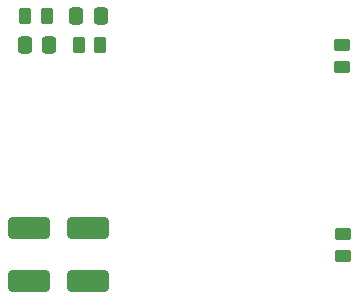
<source format=gtp>
G04 #@! TF.GenerationSoftware,KiCad,Pcbnew,8.0.2*
G04 #@! TF.CreationDate,2025-02-21T12:28:42+08:00*
G04 #@! TF.ProjectId,Indicators,496e6469-6361-4746-9f72-732e6b696361,rev?*
G04 #@! TF.SameCoordinates,Original*
G04 #@! TF.FileFunction,Paste,Top*
G04 #@! TF.FilePolarity,Positive*
%FSLAX46Y46*%
G04 Gerber Fmt 4.6, Leading zero omitted, Abs format (unit mm)*
G04 Created by KiCad (PCBNEW 8.0.2) date 2025-02-21 12:28:42*
%MOMM*%
%LPD*%
G01*
G04 APERTURE LIST*
G04 Aperture macros list*
%AMRoundRect*
0 Rectangle with rounded corners*
0 $1 Rounding radius*
0 $2 $3 $4 $5 $6 $7 $8 $9 X,Y pos of 4 corners*
0 Add a 4 corners polygon primitive as box body*
4,1,4,$2,$3,$4,$5,$6,$7,$8,$9,$2,$3,0*
0 Add four circle primitives for the rounded corners*
1,1,$1+$1,$2,$3*
1,1,$1+$1,$4,$5*
1,1,$1+$1,$6,$7*
1,1,$1+$1,$8,$9*
0 Add four rect primitives between the rounded corners*
20,1,$1+$1,$2,$3,$4,$5,0*
20,1,$1+$1,$4,$5,$6,$7,0*
20,1,$1+$1,$6,$7,$8,$9,0*
20,1,$1+$1,$8,$9,$2,$3,0*%
G04 Aperture macros list end*
%ADD10RoundRect,0.250000X1.500000X0.650000X-1.500000X0.650000X-1.500000X-0.650000X1.500000X-0.650000X0*%
%ADD11RoundRect,0.250000X-0.450000X0.262500X-0.450000X-0.262500X0.450000X-0.262500X0.450000X0.262500X0*%
%ADD12RoundRect,0.250000X0.262500X0.450000X-0.262500X0.450000X-0.262500X-0.450000X0.262500X-0.450000X0*%
%ADD13RoundRect,0.250000X-0.262500X-0.450000X0.262500X-0.450000X0.262500X0.450000X-0.262500X0.450000X0*%
%ADD14RoundRect,0.250000X-0.337500X-0.475000X0.337500X-0.475000X0.337500X0.475000X-0.337500X0.475000X0*%
%ADD15RoundRect,0.250000X0.450000X-0.262500X0.450000X0.262500X-0.450000X0.262500X-0.450000X-0.262500X0*%
G04 APERTURE END LIST*
D10*
X87500000Y-102975000D03*
X82500000Y-102975000D03*
D11*
X109000000Y-87500000D03*
X109000000Y-89325000D03*
D12*
X88500000Y-87500000D03*
X86675000Y-87500000D03*
D13*
X82175000Y-85000000D03*
X84000000Y-85000000D03*
D10*
X87500000Y-107475000D03*
X82500000Y-107475000D03*
D14*
X82137500Y-87500000D03*
X84212500Y-87500000D03*
D15*
X109040000Y-105300000D03*
X109040000Y-103475000D03*
D14*
X86500000Y-85000000D03*
X88575000Y-85000000D03*
M02*

</source>
